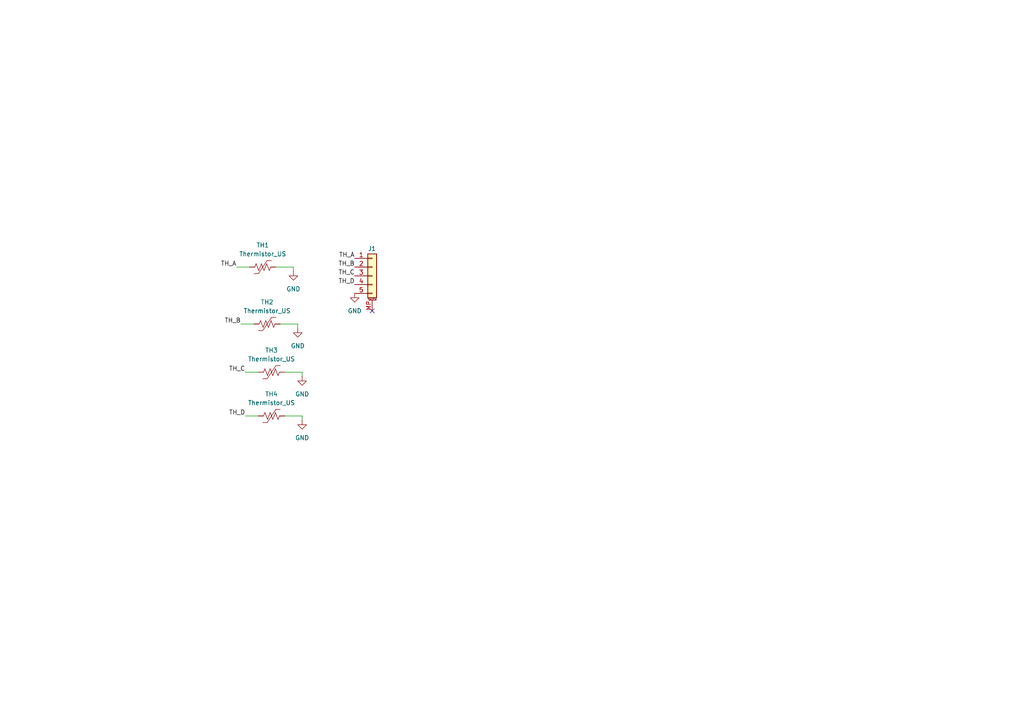
<source format=kicad_sch>
(kicad_sch
	(version 20250114)
	(generator "eeschema")
	(generator_version "9.0")
	(uuid "263d09d1-e464-4549-a370-41a84f29cb12")
	(paper "A4")
	(lib_symbols
		(symbol "Connector_Generic_MountingPin:Conn_01x05_MountingPin"
			(pin_names
				(offset 1.016)
				(hide yes)
			)
			(exclude_from_sim no)
			(in_bom yes)
			(on_board yes)
			(property "Reference" "J"
				(at 0 7.62 0)
				(effects
					(font
						(size 1.27 1.27)
					)
				)
			)
			(property "Value" "Conn_01x05_MountingPin"
				(at 1.27 -7.62 0)
				(effects
					(font
						(size 1.27 1.27)
					)
					(justify left)
				)
			)
			(property "Footprint" ""
				(at 0 0 0)
				(effects
					(font
						(size 1.27 1.27)
					)
					(hide yes)
				)
			)
			(property "Datasheet" "~"
				(at 0 0 0)
				(effects
					(font
						(size 1.27 1.27)
					)
					(hide yes)
				)
			)
			(property "Description" "Generic connectable mounting pin connector, single row, 01x05, script generated (kicad-library-utils/schlib/autogen/connector/)"
				(at 0 0 0)
				(effects
					(font
						(size 1.27 1.27)
					)
					(hide yes)
				)
			)
			(property "ki_keywords" "connector"
				(at 0 0 0)
				(effects
					(font
						(size 1.27 1.27)
					)
					(hide yes)
				)
			)
			(property "ki_fp_filters" "Connector*:*_1x??-1MP*"
				(at 0 0 0)
				(effects
					(font
						(size 1.27 1.27)
					)
					(hide yes)
				)
			)
			(symbol "Conn_01x05_MountingPin_1_1"
				(rectangle
					(start -1.27 6.35)
					(end 1.27 -6.35)
					(stroke
						(width 0.254)
						(type default)
					)
					(fill
						(type background)
					)
				)
				(rectangle
					(start -1.27 5.207)
					(end 0 4.953)
					(stroke
						(width 0.1524)
						(type default)
					)
					(fill
						(type none)
					)
				)
				(rectangle
					(start -1.27 2.667)
					(end 0 2.413)
					(stroke
						(width 0.1524)
						(type default)
					)
					(fill
						(type none)
					)
				)
				(rectangle
					(start -1.27 0.127)
					(end 0 -0.127)
					(stroke
						(width 0.1524)
						(type default)
					)
					(fill
						(type none)
					)
				)
				(rectangle
					(start -1.27 -2.413)
					(end 0 -2.667)
					(stroke
						(width 0.1524)
						(type default)
					)
					(fill
						(type none)
					)
				)
				(rectangle
					(start -1.27 -4.953)
					(end 0 -5.207)
					(stroke
						(width 0.1524)
						(type default)
					)
					(fill
						(type none)
					)
				)
				(polyline
					(pts
						(xy -1.016 -7.112) (xy 1.016 -7.112)
					)
					(stroke
						(width 0.1524)
						(type default)
					)
					(fill
						(type none)
					)
				)
				(text "Mounting"
					(at 0 -6.731 0)
					(effects
						(font
							(size 0.381 0.381)
						)
					)
				)
				(pin passive line
					(at -5.08 5.08 0)
					(length 3.81)
					(name "Pin_1"
						(effects
							(font
								(size 1.27 1.27)
							)
						)
					)
					(number "1"
						(effects
							(font
								(size 1.27 1.27)
							)
						)
					)
				)
				(pin passive line
					(at -5.08 2.54 0)
					(length 3.81)
					(name "Pin_2"
						(effects
							(font
								(size 1.27 1.27)
							)
						)
					)
					(number "2"
						(effects
							(font
								(size 1.27 1.27)
							)
						)
					)
				)
				(pin passive line
					(at -5.08 0 0)
					(length 3.81)
					(name "Pin_3"
						(effects
							(font
								(size 1.27 1.27)
							)
						)
					)
					(number "3"
						(effects
							(font
								(size 1.27 1.27)
							)
						)
					)
				)
				(pin passive line
					(at -5.08 -2.54 0)
					(length 3.81)
					(name "Pin_4"
						(effects
							(font
								(size 1.27 1.27)
							)
						)
					)
					(number "4"
						(effects
							(font
								(size 1.27 1.27)
							)
						)
					)
				)
				(pin passive line
					(at -5.08 -5.08 0)
					(length 3.81)
					(name "Pin_5"
						(effects
							(font
								(size 1.27 1.27)
							)
						)
					)
					(number "5"
						(effects
							(font
								(size 1.27 1.27)
							)
						)
					)
				)
				(pin passive line
					(at 0 -10.16 90)
					(length 3.048)
					(name "MountPin"
						(effects
							(font
								(size 1.27 1.27)
							)
						)
					)
					(number "MP"
						(effects
							(font
								(size 1.27 1.27)
							)
						)
					)
				)
			)
			(embedded_fonts no)
		)
		(symbol "Device:Thermistor_US"
			(pin_numbers
				(hide yes)
			)
			(pin_names
				(offset 0)
			)
			(exclude_from_sim no)
			(in_bom yes)
			(on_board yes)
			(property "Reference" "TH"
				(at 2.54 1.27 90)
				(effects
					(font
						(size 1.27 1.27)
					)
				)
			)
			(property "Value" "Thermistor_US"
				(at -2.54 0 90)
				(effects
					(font
						(size 1.27 1.27)
					)
					(justify bottom)
				)
			)
			(property "Footprint" ""
				(at 0 0 0)
				(effects
					(font
						(size 1.27 1.27)
					)
					(hide yes)
				)
			)
			(property "Datasheet" "~"
				(at 0 0 0)
				(effects
					(font
						(size 1.27 1.27)
					)
					(hide yes)
				)
			)
			(property "Description" "Thermistor, temperature dependent resistor, US symbol"
				(at 0 0 0)
				(effects
					(font
						(size 1.27 1.27)
					)
					(hide yes)
				)
			)
			(property "ki_keywords" "R res thermistor"
				(at 0 0 0)
				(effects
					(font
						(size 1.27 1.27)
					)
					(hide yes)
				)
			)
			(property "ki_fp_filters" "R_*"
				(at 0 0 0)
				(effects
					(font
						(size 1.27 1.27)
					)
					(hide yes)
				)
			)
			(symbol "Thermistor_US_0_1"
				(polyline
					(pts
						(xy -1.905 2.54) (xy -1.905 1.27) (xy 1.905 -1.27)
					)
					(stroke
						(width 0)
						(type default)
					)
					(fill
						(type none)
					)
				)
				(polyline
					(pts
						(xy 0 2.286) (xy 0 2.54)
					)
					(stroke
						(width 0)
						(type default)
					)
					(fill
						(type none)
					)
				)
				(polyline
					(pts
						(xy 0 2.286) (xy 1.016 1.905) (xy 0 1.524) (xy -1.016 1.143) (xy 0 0.762)
					)
					(stroke
						(width 0)
						(type default)
					)
					(fill
						(type none)
					)
				)
				(polyline
					(pts
						(xy 0 0.762) (xy 1.016 0.381) (xy 0 0) (xy -1.016 -0.381) (xy 0 -0.762)
					)
					(stroke
						(width 0)
						(type default)
					)
					(fill
						(type none)
					)
				)
				(polyline
					(pts
						(xy 0 -0.762) (xy 1.016 -1.143) (xy 0 -1.524) (xy -1.016 -1.905) (xy 0 -2.286)
					)
					(stroke
						(width 0)
						(type default)
					)
					(fill
						(type none)
					)
				)
				(polyline
					(pts
						(xy 0 -2.286) (xy 0 -2.54)
					)
					(stroke
						(width 0)
						(type default)
					)
					(fill
						(type none)
					)
				)
				(polyline
					(pts
						(xy 1.905 -1.27) (xy 1.905 -2.54)
					)
					(stroke
						(width 0)
						(type default)
					)
					(fill
						(type none)
					)
				)
			)
			(symbol "Thermistor_US_1_1"
				(pin passive line
					(at 0 3.81 270)
					(length 1.27)
					(name "~"
						(effects
							(font
								(size 1.27 1.27)
							)
						)
					)
					(number "1"
						(effects
							(font
								(size 1.27 1.27)
							)
						)
					)
				)
				(pin passive line
					(at 0 -3.81 90)
					(length 1.27)
					(name "~"
						(effects
							(font
								(size 1.27 1.27)
							)
						)
					)
					(number "2"
						(effects
							(font
								(size 1.27 1.27)
							)
						)
					)
				)
			)
			(embedded_fonts no)
		)
		(symbol "power:GND"
			(power)
			(pin_numbers
				(hide yes)
			)
			(pin_names
				(offset 0)
				(hide yes)
			)
			(exclude_from_sim no)
			(in_bom yes)
			(on_board yes)
			(property "Reference" "#PWR"
				(at 0 -6.35 0)
				(effects
					(font
						(size 1.27 1.27)
					)
					(hide yes)
				)
			)
			(property "Value" "GND"
				(at 0 -3.81 0)
				(effects
					(font
						(size 1.27 1.27)
					)
				)
			)
			(property "Footprint" ""
				(at 0 0 0)
				(effects
					(font
						(size 1.27 1.27)
					)
					(hide yes)
				)
			)
			(property "Datasheet" ""
				(at 0 0 0)
				(effects
					(font
						(size 1.27 1.27)
					)
					(hide yes)
				)
			)
			(property "Description" "Power symbol creates a global label with name \"GND\" , ground"
				(at 0 0 0)
				(effects
					(font
						(size 1.27 1.27)
					)
					(hide yes)
				)
			)
			(property "ki_keywords" "global power"
				(at 0 0 0)
				(effects
					(font
						(size 1.27 1.27)
					)
					(hide yes)
				)
			)
			(symbol "GND_0_1"
				(polyline
					(pts
						(xy 0 0) (xy 0 -1.27) (xy 1.27 -1.27) (xy 0 -2.54) (xy -1.27 -1.27) (xy 0 -1.27)
					)
					(stroke
						(width 0)
						(type default)
					)
					(fill
						(type none)
					)
				)
			)
			(symbol "GND_1_1"
				(pin power_in line
					(at 0 0 270)
					(length 0)
					(name "~"
						(effects
							(font
								(size 1.27 1.27)
							)
						)
					)
					(number "1"
						(effects
							(font
								(size 1.27 1.27)
							)
						)
					)
				)
			)
			(embedded_fonts no)
		)
	)
	(no_connect
		(at 107.95 90.17)
		(uuid "94511884-51ab-4fa5-9a8e-e9a7fcde112e")
	)
	(wire
		(pts
			(xy 71.12 120.65) (xy 74.93 120.65)
		)
		(stroke
			(width 0)
			(type default)
		)
		(uuid "283e715a-45fd-4453-aa73-ba542df75ad3")
	)
	(wire
		(pts
			(xy 82.55 120.65) (xy 87.63 120.65)
		)
		(stroke
			(width 0)
			(type default)
		)
		(uuid "49eab7af-7884-4c1b-ac6c-87d6f9cfcf68")
	)
	(wire
		(pts
			(xy 80.01 77.47) (xy 85.09 77.47)
		)
		(stroke
			(width 0)
			(type default)
		)
		(uuid "567ce3ab-cada-453b-b7b0-f689e5481ad6")
	)
	(wire
		(pts
			(xy 69.85 93.98) (xy 73.66 93.98)
		)
		(stroke
			(width 0)
			(type default)
		)
		(uuid "6a6dff0b-a0b6-4b91-a22d-74deb3c955a7")
	)
	(wire
		(pts
			(xy 82.55 107.95) (xy 87.63 107.95)
		)
		(stroke
			(width 0)
			(type default)
		)
		(uuid "76b3aedc-5c90-4200-baf8-100d927d5e0a")
	)
	(wire
		(pts
			(xy 87.63 120.65) (xy 87.63 121.92)
		)
		(stroke
			(width 0)
			(type default)
		)
		(uuid "8de1bdb8-0cff-4333-ab79-aee0b463945f")
	)
	(wire
		(pts
			(xy 86.36 93.98) (xy 86.36 95.25)
		)
		(stroke
			(width 0)
			(type default)
		)
		(uuid "aebe536d-c556-4948-bd0f-4dcc5269eb78")
	)
	(wire
		(pts
			(xy 87.63 107.95) (xy 87.63 109.22)
		)
		(stroke
			(width 0)
			(type default)
		)
		(uuid "d0064ee9-327b-4350-99d8-1d1678216682")
	)
	(wire
		(pts
			(xy 81.28 93.98) (xy 86.36 93.98)
		)
		(stroke
			(width 0)
			(type default)
		)
		(uuid "db7053d2-b245-4f6c-a25a-7cc179bb45be")
	)
	(wire
		(pts
			(xy 68.58 77.47) (xy 72.39 77.47)
		)
		(stroke
			(width 0)
			(type default)
		)
		(uuid "e1fe26bf-b64f-4ddb-8400-048cefb8141a")
	)
	(wire
		(pts
			(xy 85.09 77.47) (xy 85.09 78.74)
		)
		(stroke
			(width 0)
			(type default)
		)
		(uuid "e3d518bd-6dae-4a94-a295-16f3ffda91ce")
	)
	(wire
		(pts
			(xy 71.12 107.95) (xy 74.93 107.95)
		)
		(stroke
			(width 0)
			(type default)
		)
		(uuid "ee96e805-97df-4180-b756-9fd32edf2392")
	)
	(label "TH_C"
		(at 71.12 107.95 180)
		(effects
			(font
				(size 1.27 1.27)
			)
			(justify right bottom)
		)
		(uuid "09d51e1b-390d-4e18-a30d-f73770e2be3a")
	)
	(label "TH_B"
		(at 102.87 77.47 180)
		(effects
			(font
				(size 1.27 1.27)
			)
			(justify right bottom)
		)
		(uuid "6c0f4a95-cc8c-4247-9220-861091656e12")
	)
	(label "TH_B"
		(at 69.85 93.98 180)
		(effects
			(font
				(size 1.27 1.27)
			)
			(justify right bottom)
		)
		(uuid "76171839-8460-4a85-bd11-9809e615e82e")
	)
	(label "TH_A"
		(at 68.58 77.47 180)
		(effects
			(font
				(size 1.27 1.27)
			)
			(justify right bottom)
		)
		(uuid "7dc02073-a334-4c2b-abb8-afb8f1808c1b")
	)
	(label "TH_C"
		(at 102.87 80.01 180)
		(effects
			(font
				(size 1.27 1.27)
			)
			(justify right bottom)
		)
		(uuid "889a5e59-64ac-4ce6-8e1d-05e14493d4dc")
	)
	(label "TH_A"
		(at 102.87 74.93 180)
		(effects
			(font
				(size 1.27 1.27)
			)
			(justify right bottom)
		)
		(uuid "b043704c-85ab-417c-9f13-f49f24ad754b")
	)
	(label "TH_D"
		(at 102.87 82.55 180)
		(effects
			(font
				(size 1.27 1.27)
			)
			(justify right bottom)
		)
		(uuid "c24be860-69e6-4091-9cd8-aca2dde9d5d9")
	)
	(label "TH_D"
		(at 71.12 120.65 180)
		(effects
			(font
				(size 1.27 1.27)
			)
			(justify right bottom)
		)
		(uuid "f2fc4f75-a214-4d78-9f7f-b070248bc3cd")
	)
	(symbol
		(lib_id "Connector_Generic_MountingPin:Conn_01x05_MountingPin")
		(at 107.95 80.01 0)
		(unit 1)
		(exclude_from_sim no)
		(in_bom yes)
		(on_board yes)
		(dnp no)
		(uuid "02fa83b8-6c87-4aa5-acef-93459e4969f4")
		(property "Reference" "J1"
			(at 106.68 72.136 0)
			(effects
				(font
					(size 1.27 1.27)
				)
				(justify left)
			)
		)
		(property "Value" "Conn_01x05_MountingPin"
			(at 110.49 81.6355 0)
			(effects
				(font
					(size 1.27 1.27)
				)
				(justify left)
				(hide yes)
			)
		)
		(property "Footprint" "Connector_JST:JST_EH_B5B-EH-A_1x05_P2.50mm_Vertical"
			(at 107.95 80.01 0)
			(effects
				(font
					(size 1.27 1.27)
				)
				(hide yes)
			)
		)
		(property "Datasheet" "~"
			(at 107.95 80.01 0)
			(effects
				(font
					(size 1.27 1.27)
				)
				(hide yes)
			)
		)
		(property "Description" "Generic connectable mounting pin connector, single row, 01x05, script generated (kicad-library-utils/schlib/autogen/connector/)"
			(at 107.95 80.01 0)
			(effects
				(font
					(size 1.27 1.27)
				)
				(hide yes)
			)
		)
		(pin "4"
			(uuid "a816130b-9ab7-470f-8cc3-a4cf9440c6cb")
		)
		(pin "1"
			(uuid "4f51b026-7459-4558-ab85-157358e631ba")
		)
		(pin "MP"
			(uuid "642b0ea0-6f82-4104-8b6a-a90977c79918")
		)
		(pin "3"
			(uuid "5adc4062-9e90-4f79-8c03-f0c8b6ed53d7")
		)
		(pin "2"
			(uuid "d707f190-4707-41ff-b672-e1dd03f5f407")
		)
		(pin "5"
			(uuid "ea4c32ce-6180-43cd-b4fa-1235cff39ae1")
		)
		(instances
			(project "Thermistors"
				(path "/263d09d1-e464-4549-a370-41a84f29cb12"
					(reference "J1")
					(unit 1)
				)
			)
		)
	)
	(symbol
		(lib_id "power:GND")
		(at 87.63 121.92 0)
		(unit 1)
		(exclude_from_sim no)
		(in_bom yes)
		(on_board yes)
		(dnp no)
		(fields_autoplaced yes)
		(uuid "0cf39217-0593-42c8-b6e6-52e04380a79e")
		(property "Reference" "#PWR04"
			(at 87.63 128.27 0)
			(effects
				(font
					(size 1.27 1.27)
				)
				(hide yes)
			)
		)
		(property "Value" "GND"
			(at 87.63 127 0)
			(effects
				(font
					(size 1.27 1.27)
				)
			)
		)
		(property "Footprint" ""
			(at 87.63 121.92 0)
			(effects
				(font
					(size 1.27 1.27)
				)
				(hide yes)
			)
		)
		(property "Datasheet" ""
			(at 87.63 121.92 0)
			(effects
				(font
					(size 1.27 1.27)
				)
				(hide yes)
			)
		)
		(property "Description" "Power symbol creates a global label with name \"GND\" , ground"
			(at 87.63 121.92 0)
			(effects
				(font
					(size 1.27 1.27)
				)
				(hide yes)
			)
		)
		(pin "1"
			(uuid "3a9a2d43-6f06-452f-a93a-224dd674f398")
		)
		(instances
			(project "Thermistors"
				(path "/263d09d1-e464-4549-a370-41a84f29cb12"
					(reference "#PWR04")
					(unit 1)
				)
			)
		)
	)
	(symbol
		(lib_id "power:GND")
		(at 86.36 95.25 0)
		(unit 1)
		(exclude_from_sim no)
		(in_bom yes)
		(on_board yes)
		(dnp no)
		(fields_autoplaced yes)
		(uuid "26b58685-2d77-4a53-8286-31503a74df98")
		(property "Reference" "#PWR02"
			(at 86.36 101.6 0)
			(effects
				(font
					(size 1.27 1.27)
				)
				(hide yes)
			)
		)
		(property "Value" "GND"
			(at 86.36 100.33 0)
			(effects
				(font
					(size 1.27 1.27)
				)
			)
		)
		(property "Footprint" ""
			(at 86.36 95.25 0)
			(effects
				(font
					(size 1.27 1.27)
				)
				(hide yes)
			)
		)
		(property "Datasheet" ""
			(at 86.36 95.25 0)
			(effects
				(font
					(size 1.27 1.27)
				)
				(hide yes)
			)
		)
		(property "Description" "Power symbol creates a global label with name \"GND\" , ground"
			(at 86.36 95.25 0)
			(effects
				(font
					(size 1.27 1.27)
				)
				(hide yes)
			)
		)
		(pin "1"
			(uuid "f0f2e754-2bf7-4a5f-b6e5-d120699772b2")
		)
		(instances
			(project "Thermistors"
				(path "/263d09d1-e464-4549-a370-41a84f29cb12"
					(reference "#PWR02")
					(unit 1)
				)
			)
		)
	)
	(symbol
		(lib_id "power:GND")
		(at 85.09 78.74 0)
		(unit 1)
		(exclude_from_sim no)
		(in_bom yes)
		(on_board yes)
		(dnp no)
		(fields_autoplaced yes)
		(uuid "2835c74b-5f11-45d1-a062-8ffe535ee098")
		(property "Reference" "#PWR01"
			(at 85.09 85.09 0)
			(effects
				(font
					(size 1.27 1.27)
				)
				(hide yes)
			)
		)
		(property "Value" "GND"
			(at 85.09 83.82 0)
			(effects
				(font
					(size 1.27 1.27)
				)
			)
		)
		(property "Footprint" ""
			(at 85.09 78.74 0)
			(effects
				(font
					(size 1.27 1.27)
				)
				(hide yes)
			)
		)
		(property "Datasheet" ""
			(at 85.09 78.74 0)
			(effects
				(font
					(size 1.27 1.27)
				)
				(hide yes)
			)
		)
		(property "Description" "Power symbol creates a global label with name \"GND\" , ground"
			(at 85.09 78.74 0)
			(effects
				(font
					(size 1.27 1.27)
				)
				(hide yes)
			)
		)
		(pin "1"
			(uuid "fdf7faa7-4657-4e1e-aa27-0bf32bad9820")
		)
		(instances
			(project ""
				(path "/263d09d1-e464-4549-a370-41a84f29cb12"
					(reference "#PWR01")
					(unit 1)
				)
			)
		)
	)
	(symbol
		(lib_id "Device:Thermistor_US")
		(at 78.74 120.65 90)
		(unit 1)
		(exclude_from_sim no)
		(in_bom yes)
		(on_board yes)
		(dnp no)
		(fields_autoplaced yes)
		(uuid "47dae9f7-792e-40c0-ab97-37934dcea0c4")
		(property "Reference" "TH4"
			(at 78.74 114.3 90)
			(effects
				(font
					(size 1.27 1.27)
				)
			)
		)
		(property "Value" "Thermistor_US"
			(at 78.74 116.84 90)
			(effects
				(font
					(size 1.27 1.27)
				)
			)
		)
		(property "Footprint" "Resistor_SMD:R_0603_1608Metric"
			(at 78.74 120.65 0)
			(effects
				(font
					(size 1.27 1.27)
				)
				(hide yes)
			)
		)
		(property "Datasheet" "~"
			(at 78.74 120.65 0)
			(effects
				(font
					(size 1.27 1.27)
				)
				(hide yes)
			)
		)
		(property "Description" "Thermistor, temperature dependent resistor, US symbol"
			(at 78.74 120.65 0)
			(effects
				(font
					(size 1.27 1.27)
				)
				(hide yes)
			)
		)
		(pin "2"
			(uuid "2a0fe28d-6613-4088-a767-cba1f93514c2")
		)
		(pin "1"
			(uuid "b9be8c88-f18e-4240-902a-82bda50861dc")
		)
		(instances
			(project "Thermistors"
				(path "/263d09d1-e464-4549-a370-41a84f29cb12"
					(reference "TH4")
					(unit 1)
				)
			)
		)
	)
	(symbol
		(lib_id "Device:Thermistor_US")
		(at 77.47 93.98 90)
		(unit 1)
		(exclude_from_sim no)
		(in_bom yes)
		(on_board yes)
		(dnp no)
		(fields_autoplaced yes)
		(uuid "611b05d5-6b88-4168-95bd-7b7b960e48f2")
		(property "Reference" "TH2"
			(at 77.47 87.63 90)
			(effects
				(font
					(size 1.27 1.27)
				)
			)
		)
		(property "Value" "Thermistor_US"
			(at 77.47 90.17 90)
			(effects
				(font
					(size 1.27 1.27)
				)
			)
		)
		(property "Footprint" "Resistor_SMD:R_0603_1608Metric"
			(at 77.47 93.98 0)
			(effects
				(font
					(size 1.27 1.27)
				)
				(hide yes)
			)
		)
		(property "Datasheet" "~"
			(at 77.47 93.98 0)
			(effects
				(font
					(size 1.27 1.27)
				)
				(hide yes)
			)
		)
		(property "Description" "Thermistor, temperature dependent resistor, US symbol"
			(at 77.47 93.98 0)
			(effects
				(font
					(size 1.27 1.27)
				)
				(hide yes)
			)
		)
		(pin "2"
			(uuid "a620f5ef-6cdd-47a9-8e99-fbdcb719346f")
		)
		(pin "1"
			(uuid "75ad8c42-8f11-4629-82dd-dc33a169a4fc")
		)
		(instances
			(project "Thermistors"
				(path "/263d09d1-e464-4549-a370-41a84f29cb12"
					(reference "TH2")
					(unit 1)
				)
			)
		)
	)
	(symbol
		(lib_id "Device:Thermistor_US")
		(at 78.74 107.95 90)
		(unit 1)
		(exclude_from_sim no)
		(in_bom yes)
		(on_board yes)
		(dnp no)
		(fields_autoplaced yes)
		(uuid "7fee625a-d27f-40ab-8c0b-7f610681ae47")
		(property "Reference" "TH3"
			(at 78.74 101.6 90)
			(effects
				(font
					(size 1.27 1.27)
				)
			)
		)
		(property "Value" "Thermistor_US"
			(at 78.74 104.14 90)
			(effects
				(font
					(size 1.27 1.27)
				)
			)
		)
		(property "Footprint" "Resistor_SMD:R_0603_1608Metric"
			(at 78.74 107.95 0)
			(effects
				(font
					(size 1.27 1.27)
				)
				(hide yes)
			)
		)
		(property "Datasheet" "~"
			(at 78.74 107.95 0)
			(effects
				(font
					(size 1.27 1.27)
				)
				(hide yes)
			)
		)
		(property "Description" "Thermistor, temperature dependent resistor, US symbol"
			(at 78.74 107.95 0)
			(effects
				(font
					(size 1.27 1.27)
				)
				(hide yes)
			)
		)
		(pin "2"
			(uuid "2d55803c-0cb9-4b63-a8e7-9a42cce50282")
		)
		(pin "1"
			(uuid "67f03147-71c6-4022-ba44-220cae359e17")
		)
		(instances
			(project "Thermistors"
				(path "/263d09d1-e464-4549-a370-41a84f29cb12"
					(reference "TH3")
					(unit 1)
				)
			)
		)
	)
	(symbol
		(lib_id "power:GND")
		(at 102.87 85.09 0)
		(unit 1)
		(exclude_from_sim no)
		(in_bom yes)
		(on_board yes)
		(dnp no)
		(fields_autoplaced yes)
		(uuid "c0199b3c-0770-4c2a-b1fd-c69b3b26457e")
		(property "Reference" "#PWR05"
			(at 102.87 91.44 0)
			(effects
				(font
					(size 1.27 1.27)
				)
				(hide yes)
			)
		)
		(property "Value" "GND"
			(at 102.87 90.17 0)
			(effects
				(font
					(size 1.27 1.27)
				)
			)
		)
		(property "Footprint" ""
			(at 102.87 85.09 0)
			(effects
				(font
					(size 1.27 1.27)
				)
				(hide yes)
			)
		)
		(property "Datasheet" ""
			(at 102.87 85.09 0)
			(effects
				(font
					(size 1.27 1.27)
				)
				(hide yes)
			)
		)
		(property "Description" "Power symbol creates a global label with name \"GND\" , ground"
			(at 102.87 85.09 0)
			(effects
				(font
					(size 1.27 1.27)
				)
				(hide yes)
			)
		)
		(pin "1"
			(uuid "0d30eee4-b070-4a8f-933b-2b300abdbc4f")
		)
		(instances
			(project "Thermistors"
				(path "/263d09d1-e464-4549-a370-41a84f29cb12"
					(reference "#PWR05")
					(unit 1)
				)
			)
		)
	)
	(symbol
		(lib_id "Device:Thermistor_US")
		(at 76.2 77.47 90)
		(unit 1)
		(exclude_from_sim no)
		(in_bom yes)
		(on_board yes)
		(dnp no)
		(fields_autoplaced yes)
		(uuid "d1e7ab97-1fae-4fb4-80aa-916f0bdf7f87")
		(property "Reference" "TH1"
			(at 76.2 71.12 90)
			(effects
				(font
					(size 1.27 1.27)
				)
			)
		)
		(property "Value" "Thermistor_US"
			(at 76.2 73.66 90)
			(effects
				(font
					(size 1.27 1.27)
				)
			)
		)
		(property "Footprint" "Resistor_SMD:R_0603_1608Metric"
			(at 76.2 77.47 0)
			(effects
				(font
					(size 1.27 1.27)
				)
				(hide yes)
			)
		)
		(property "Datasheet" "~"
			(at 76.2 77.47 0)
			(effects
				(font
					(size 1.27 1.27)
				)
				(hide yes)
			)
		)
		(property "Description" "Thermistor, temperature dependent resistor, US symbol"
			(at 76.2 77.47 0)
			(effects
				(font
					(size 1.27 1.27)
				)
				(hide yes)
			)
		)
		(pin "2"
			(uuid "e12d03a8-b6b2-4c00-9c5d-96ce7d96e4b8")
		)
		(pin "1"
			(uuid "1dab148b-8e4d-4703-b0ab-6e87fc2372a5")
		)
		(instances
			(project ""
				(path "/263d09d1-e464-4549-a370-41a84f29cb12"
					(reference "TH1")
					(unit 1)
				)
			)
		)
	)
	(symbol
		(lib_id "power:GND")
		(at 87.63 109.22 0)
		(unit 1)
		(exclude_from_sim no)
		(in_bom yes)
		(on_board yes)
		(dnp no)
		(fields_autoplaced yes)
		(uuid "d3d92fa7-06c9-4429-a902-79afc7291c18")
		(property "Reference" "#PWR03"
			(at 87.63 115.57 0)
			(effects
				(font
					(size 1.27 1.27)
				)
				(hide yes)
			)
		)
		(property "Value" "GND"
			(at 87.63 114.3 0)
			(effects
				(font
					(size 1.27 1.27)
				)
			)
		)
		(property "Footprint" ""
			(at 87.63 109.22 0)
			(effects
				(font
					(size 1.27 1.27)
				)
				(hide yes)
			)
		)
		(property "Datasheet" ""
			(at 87.63 109.22 0)
			(effects
				(font
					(size 1.27 1.27)
				)
				(hide yes)
			)
		)
		(property "Description" "Power symbol creates a global label with name \"GND\" , ground"
			(at 87.63 109.22 0)
			(effects
				(font
					(size 1.27 1.27)
				)
				(hide yes)
			)
		)
		(pin "1"
			(uuid "ded7e11e-3560-4604-b98a-87a83afc274f")
		)
		(instances
			(project "Thermistors"
				(path "/263d09d1-e464-4549-a370-41a84f29cb12"
					(reference "#PWR03")
					(unit 1)
				)
			)
		)
	)
	(sheet_instances
		(path "/"
			(page "1")
		)
	)
	(embedded_fonts no)
)

</source>
